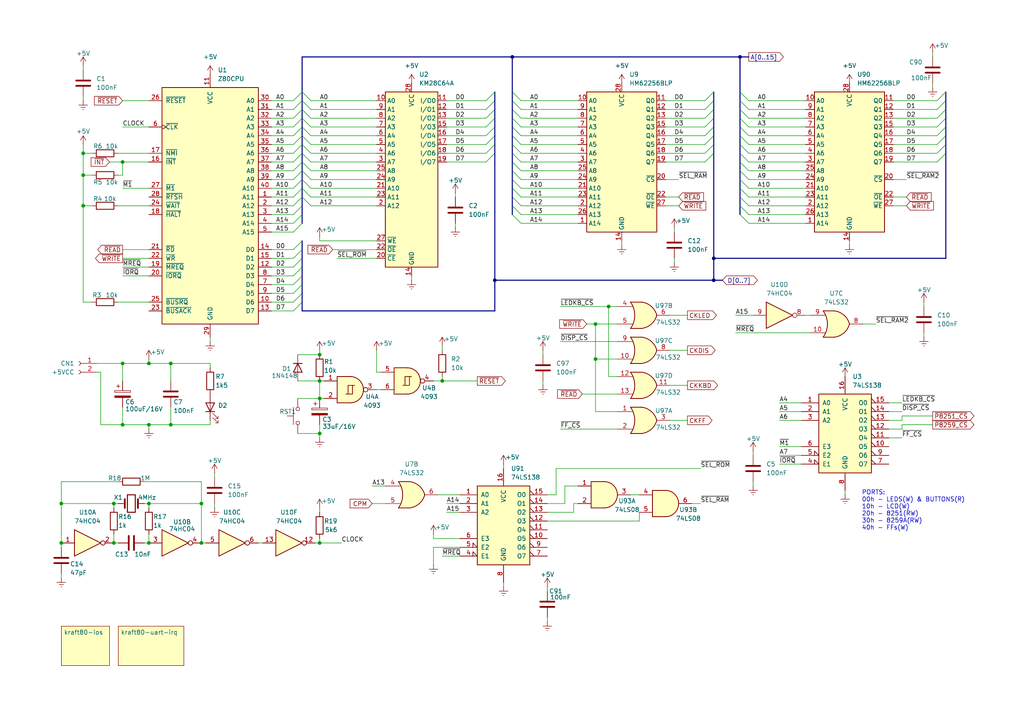
<source format=kicad_sch>
(kicad_sch (version 20250114) (generator "eeschema") (generator_version "9.0")
  (paper "A4")
  (title_block (title "Kraft 80 by ARMCoder") (date "2025-06-18") (rev "1.1") (comment 1 "www.github.com/ARMCoderBR") (comment 3 "Inspired on the project Z80 Alpha from WR Kits (www.wrkits.com.br)"))
  (text "PORTS:\n00h - LEDS(W) & BUTTONS(R)\n10h - LCD(W)\n20h - 8251(RW)\n30h - 8259A(RW)\n40h - FFs(W)" (at 249.936 148.082 0) (effects (font (size 1.27 1.27)) (justify left)))
  (junction (at 24.13 59.69))
  (junction (at 92.71 102.87))
  (junction (at 17.78 157.48))
  (junction (at 35.56 123.19))
  (junction (at 207.01 74.93))
  (junction (at 43.18 157.48))
  (junction (at 43.18 146.05))
  (junction (at 92.71 125.73))
  (junction (at 35.56 46.99))
  (junction (at 207.01 81.28))
  (junction (at 49.53 105.41))
  (junction (at 43.18 123.19))
  (junction (at 148.59 16.51))
  (junction (at 172.72 104.14))
  (junction (at 43.18 105.41))
  (junction (at 176.53 88.9))
  (junction (at 24.13 44.45))
  (junction (at 58.42 157.48))
  (junction (at 92.71 110.49))
  (junction (at 128.27 110.49))
  (junction (at 92.71 157.48))
  (junction (at 49.53 123.19))
  (junction (at 33.02 157.48))
  (junction (at 17.78 146.05))
  (junction (at 35.56 105.41))
  (junction (at 24.13 50.8))
  (junction (at 92.71 115.57))
  (junction (at 172.72 93.98))
  (junction (at 33.02 146.05))
  (junction (at 214.63 16.51))
  (junction (at 143.51 81.28))
  (junction (at 58.42 146.05))
  (bus_entry (at 85.09 31.75) (size 2.54 -2.54))
  (bus_entry (at 217.17 52.07) (size -2.54 -2.54))
  (bus_entry (at 85.09 80.01) (size 2.54 -2.54))
  (bus_entry (at 151.13 59.69) (size -2.54 -2.54))
  (bus_entry (at 85.09 54.61) (size 2.54 -2.54))
  (bus_entry (at 271.78 29.21) (size 2.54 -2.54))
  (bus_entry (at 85.09 72.39) (size 2.54 -2.54))
  (bus_entry (at 217.17 44.45) (size -2.54 -2.54))
  (bus_entry (at 151.13 44.45) (size -2.54 -2.54))
  (bus_entry (at 90.17 59.69) (size -2.54 -2.54))
  (bus_entry (at 151.13 29.21) (size -2.54 -2.54))
  (bus_entry (at 217.17 57.15) (size -2.54 -2.54))
  (bus_entry (at 151.13 41.91) (size -2.54 -2.54))
  (bus_entry (at 90.17 29.21) (size -2.54 -2.54))
  (bus_entry (at 217.17 54.61) (size -2.54 -2.54))
  (bus_entry (at 85.09 39.37) (size 2.54 -2.54))
  (bus_entry (at 90.17 31.75) (size -2.54 -2.54))
  (bus_entry (at 85.09 44.45) (size 2.54 -2.54))
  (bus_entry (at 217.17 46.99) (size -2.54 -2.54))
  (bus_entry (at 204.47 34.29) (size 2.54 -2.54))
  (bus_entry (at 85.09 74.93) (size 2.54 -2.54))
  (bus_entry (at 90.17 49.53) (size -2.54 -2.54))
  (bus_entry (at 271.78 34.29) (size 2.54 -2.54))
  (bus_entry (at 90.17 46.99) (size -2.54 -2.54))
  (bus_entry (at 271.78 44.45) (size 2.54 -2.54))
  (bus_entry (at 85.09 52.07) (size 2.54 -2.54))
  (bus_entry (at 140.97 31.75) (size 2.54 -2.54))
  (bus_entry (at 85.09 36.83) (size 2.54 -2.54))
  (bus_entry (at 217.17 59.69) (size -2.54 -2.54))
  (bus_entry (at 204.47 29.21) (size 2.54 -2.54))
  (bus_entry (at 271.78 39.37) (size 2.54 -2.54))
  (bus_entry (at 151.13 62.23) (size -2.54 -2.54))
  (bus_entry (at 85.09 49.53) (size 2.54 -2.54))
  (bus_entry (at 217.17 39.37) (size -2.54 -2.54))
  (bus_entry (at 217.17 31.75) (size -2.54 -2.54))
  (bus_entry (at 217.17 64.77) (size -2.54 -2.54))
  (bus_entry (at 90.17 54.61) (size -2.54 -2.54))
  (bus_entry (at 204.47 39.37) (size 2.54 -2.54))
  (bus_entry (at 90.17 39.37) (size -2.54 -2.54))
  (bus_entry (at 204.47 41.91) (size 2.54 -2.54))
  (bus_entry (at 217.17 34.29) (size -2.54 -2.54))
  (bus_entry (at 140.97 34.29) (size 2.54 -2.54))
  (bus_entry (at 90.17 34.29) (size -2.54 -2.54))
  (bus_entry (at 271.78 41.91) (size 2.54 -2.54))
  (bus_entry (at 140.97 44.45) (size 2.54 -2.54))
  (bus_entry (at 140.97 29.21) (size 2.54 -2.54))
  (bus_entry (at 217.17 36.83) (size -2.54 -2.54))
  (bus_entry (at 90.17 36.83) (size -2.54 -2.54))
  (bus_entry (at 85.09 82.55) (size 2.54 -2.54))
  (bus_entry (at 151.13 46.99) (size -2.54 -2.54))
  (bus_entry (at 85.09 77.47) (size 2.54 -2.54))
  (bus_entry (at 85.09 87.63) (size 2.54 -2.54))
  (bus_entry (at 85.09 41.91) (size 2.54 -2.54))
  (bus_entry (at 140.97 36.83) (size 2.54 -2.54))
  (bus_entry (at 217.17 49.53) (size -2.54 -2.54))
  (bus_entry (at 151.13 39.37) (size -2.54 -2.54))
  (bus_entry (at 85.09 64.77) (size 2.54 -2.54))
  (bus_entry (at 217.17 41.91) (size -2.54 -2.54))
  (bus_entry (at 204.47 44.45) (size 2.54 -2.54))
  (bus_entry (at 151.13 36.83) (size -2.54 -2.54))
  (bus_entry (at 151.13 49.53) (size -2.54 -2.54))
  (bus_entry (at 85.09 57.15) (size 2.54 -2.54))
  (bus_entry (at 85.09 85.09) (size 2.54 -2.54))
  (bus_entry (at 204.47 31.75) (size 2.54 -2.54))
  (bus_entry (at 217.17 29.21) (size -2.54 -2.54))
  (bus_entry (at 151.13 34.29) (size -2.54 -2.54))
  (bus_entry (at 204.47 36.83) (size 2.54 -2.54))
  (bus_entry (at 85.09 29.21) (size 2.54 -2.54))
  (bus_entry (at 151.13 54.61) (size -2.54 -2.54))
  (bus_entry (at 140.97 41.91) (size 2.54 -2.54))
  (bus_entry (at 271.78 36.83) (size 2.54 -2.54))
  (bus_entry (at 151.13 57.15) (size -2.54 -2.54))
  (bus_entry (at 85.09 90.17) (size 2.54 -2.54))
  (bus_entry (at 85.09 46.99) (size 2.54 -2.54))
  (bus_entry (at 140.97 39.37) (size 2.54 -2.54))
  (bus_entry (at 90.17 44.45) (size -2.54 -2.54))
  (bus_entry (at 90.17 57.15) (size -2.54 -2.54))
  (bus_entry (at 85.09 34.29) (size 2.54 -2.54))
  (bus_entry (at 85.09 62.23) (size 2.54 -2.54))
  (bus_entry (at 271.78 46.99) (size 2.54 -2.54))
  (bus_entry (at 85.09 59.69) (size 2.54 -2.54))
  (bus_entry (at 90.17 52.07) (size -2.54 -2.54))
  (bus_entry (at 204.47 46.99) (size 2.54 -2.54))
  (bus_entry (at 90.17 41.91) (size -2.54 -2.54))
  (bus_entry (at 217.17 62.23) (size -2.54 -2.54))
  (bus_entry (at 151.13 31.75) (size -2.54 -2.54))
  (bus_entry (at 140.97 46.99) (size 2.54 -2.54))
  (bus_entry (at 151.13 52.07) (size -2.54 -2.54))
  (bus_entry (at 85.09 67.31) (size 2.54 -2.54))
  (bus_entry (at 151.13 64.77) (size -2.54 -2.54))
  (bus_entry (at 271.78 31.75) (size 2.54 -2.54))
  (wire (pts (xy 33.02 154.94) (xy 33.02 157.48)))
  (wire (pts (xy 43.18 104.14) (xy 43.18 105.41)))
  (wire (pts (xy 259.08 34.29) (xy 271.78 34.29)))
  (wire (pts (xy 35.56 118.11) (xy 35.56 123.19)))
  (wire (pts (xy 78.74 59.69) (xy 85.09 59.69)))
  (wire (pts (xy 151.13 64.77) (xy 167.64 64.77)))
  (wire (pts (xy 35.56 105.41) (xy 43.18 105.41)))
  (wire (pts (xy 119.38 80.01) (xy 119.38 81.28)))
  (wire (pts (xy 218.44 139.7) (xy 218.44 140.97)))
  (bus (pts (xy 148.59 39.37) (xy 148.59 41.91)))
  (wire (pts (xy 194.31 101.6) (xy 199.39 101.6)))
  (wire (pts (xy 257.81 124.46) (xy 261.62 124.46)))
  (bus (pts (xy 148.59 49.53) (xy 148.59 52.07)))
  (bus (pts (xy 87.63 69.85) (xy 87.63 72.39)))
  (wire (pts (xy 33.02 146.05) (xy 17.78 146.05)))
  (bus (pts (xy 214.63 49.53) (xy 214.63 52.07)))
  (wire (pts (xy 129.54 44.45) (xy 140.97 44.45)))
  (wire (pts (xy 179.07 119.38) (xy 172.72 119.38)))
  (bus (pts (xy 143.51 81.28) (xy 143.51 90.17)))
  (wire (pts (xy 24.13 87.63) (xy 24.13 59.69)))
  (bus (pts (xy 214.63 59.69) (xy 214.63 62.23)))
  (wire (pts (xy 217.17 36.83) (xy 233.68 36.83)))
  (wire (pts (xy 259.08 46.99) (xy 271.78 46.99)))
  (wire (pts (xy 226.06 129.54) (xy 232.41 129.54)))
  (wire (pts (xy 90.17 46.99) (xy 109.22 46.99)))
  (wire (pts (xy 86.36 125.73) (xy 92.71 125.73)))
  (wire (pts (xy 151.13 29.21) (xy 167.64 29.21)))
  (wire (pts (xy 35.56 29.21) (xy 43.18 29.21)))
  (wire (pts (xy 78.74 34.29) (xy 85.09 34.29)))
  (bus (pts (xy 148.59 46.99) (xy 148.59 49.53)))
  (wire (pts (xy 179.07 109.22) (xy 176.53 109.22)))
  (wire (pts (xy 97.79 74.93) (xy 109.22 74.93)))
  (wire (pts (xy 33.02 157.48) (xy 34.29 157.48)))
  (wire (pts (xy 193.04 52.07) (xy 196.85 52.07)))
  (wire (pts (xy 193.04 41.91) (xy 204.47 41.91)))
  (wire (pts (xy 151.13 52.07) (xy 167.64 52.07)))
  (wire (pts (xy 49.53 123.19) (xy 60.96 123.19)))
  (wire (pts (xy 17.78 166.37) (xy 17.78 167.64)))
  (wire (pts (xy 193.04 44.45) (xy 204.47 44.45)))
  (wire (pts (xy 41.91 139.7) (xy 58.42 139.7)))
  (bus (pts (xy 214.63 16.51) (xy 214.63 26.67)))
  (wire (pts (xy 58.42 157.48) (xy 59.69 157.48)))
  (wire (pts (xy 17.78 146.05) (xy 17.78 157.48)))
  (wire (pts (xy 161.29 135.89) (xy 203.2 135.89)))
  (bus (pts (xy 214.63 46.99) (xy 214.63 49.53)))
  (wire (pts (xy 193.04 39.37) (xy 204.47 39.37)))
  (wire (pts (xy 92.71 101.6) (xy 92.71 102.87)))
  (wire (pts (xy 35.56 80.01) (xy 43.18 80.01)))
  (wire (pts (xy 78.74 64.77) (xy 85.09 64.77)))
  (wire (pts (xy 78.74 44.45) (xy 85.09 44.45)))
  (wire (pts (xy 60.96 97.79) (xy 60.96 99.06)))
  (wire (pts (xy 257.81 127) (xy 261.62 127)))
  (wire (pts (xy 91.44 157.48) (xy 92.71 157.48)))
  (wire (pts (xy 35.56 74.93) (xy 43.18 74.93)))
  (wire (pts (xy 78.74 87.63) (xy 85.09 87.63)))
  (bus (pts (xy 87.63 82.55) (xy 87.63 85.09)))
  (wire (pts (xy 29.21 107.95) (xy 29.21 123.19)))
  (wire (pts (xy 176.53 109.22) (xy 176.53 88.9)))
  (wire (pts (xy 151.13 59.69) (xy 167.64 59.69)))
  (wire (pts (xy 217.17 57.15) (xy 233.68 57.15)))
  (wire (pts (xy 35.56 54.61) (xy 43.18 54.61)))
  (bus (pts (xy 274.32 31.75) (xy 274.32 34.29)))
  (wire (pts (xy 58.42 139.7) (xy 58.42 146.05)))
  (wire (pts (xy 193.04 46.99) (xy 204.47 46.99)))
  (wire (pts (xy 217.17 62.23) (xy 233.68 62.23)))
  (bus (pts (xy 87.63 31.75) (xy 87.63 29.21)))
  (wire (pts (xy 90.17 29.21) (xy 109.22 29.21)))
  (wire (pts (xy 41.91 146.05) (xy 43.18 146.05)))
  (bus (pts (xy 148.59 31.75) (xy 148.59 34.29)))
  (bus (pts (xy 207.01 36.83) (xy 207.01 39.37)))
  (wire (pts (xy 24.13 44.45) (xy 24.13 50.8)))
  (wire (pts (xy 166.37 148.59) (xy 166.37 146.05)))
  (wire (pts (xy 180.34 69.85) (xy 180.34 71.12)))
  (bus (pts (xy 87.63 80.01) (xy 87.63 82.55)))
  (wire (pts (xy 226.06 134.62) (xy 232.41 134.62)))
  (wire (pts (xy 158.75 148.59) (xy 166.37 148.59)))
  (bus (pts (xy 87.63 29.21) (xy 87.63 26.67)))
  (bus (pts (xy 87.63 77.47) (xy 87.63 80.01)))
  (wire (pts (xy 43.18 157.48) (xy 41.91 157.48)))
  (bus (pts (xy 87.63 41.91) (xy 87.63 39.37)))
  (wire (pts (xy 35.56 46.99) (xy 43.18 46.99)))
  (bus (pts (xy 214.63 36.83) (xy 214.63 39.37)))
  (wire (pts (xy 259.08 57.15) (xy 262.89 57.15)))
  (wire (pts (xy 151.13 57.15) (xy 167.64 57.15)))
  (bus (pts (xy 87.63 46.99) (xy 87.63 44.45)))
  (bus (pts (xy 87.63 85.09) (xy 87.63 87.63)))
  (wire (pts (xy 151.13 36.83) (xy 167.64 36.83)))
  (wire (pts (xy 127 143.51) (xy 133.35 143.51)))
  (bus (pts (xy 87.63 57.15) (xy 87.63 59.69)))
  (wire (pts (xy 35.56 77.47) (xy 43.18 77.47)))
  (wire (pts (xy 179.07 104.14) (xy 172.72 104.14)))
  (bus (pts (xy 274.32 36.83) (xy 274.32 39.37)))
  (wire (pts (xy 151.13 54.61) (xy 167.64 54.61)))
  (wire (pts (xy 62.23 137.16) (xy 62.23 138.43)))
  (bus (pts (xy 87.63 54.61) (xy 87.63 52.07)))
  (wire (pts (xy 193.04 31.75) (xy 204.47 31.75)))
  (bus (pts (xy 214.63 34.29) (xy 214.63 36.83)))
  (wire (pts (xy 74.93 157.48) (xy 76.2 157.48)))
  (wire (pts (xy 151.13 44.45) (xy 167.64 44.45)))
  (wire (pts (xy 29.21 123.19) (xy 35.56 123.19)))
  (wire (pts (xy 27.94 105.41) (xy 35.56 105.41)))
  (bus (pts (xy 87.63 36.83) (xy 87.63 39.37)))
  (wire (pts (xy 172.72 93.98) (xy 179.07 93.98)))
  (wire (pts (xy 157.48 101.6) (xy 157.48 102.87)))
  (bus (pts (xy 214.63 26.67) (xy 214.63 29.21)))
  (wire (pts (xy 128.27 100.33) (xy 128.27 101.6)))
  (bus (pts (xy 214.63 16.51) (xy 217.17 16.51)))
  (wire (pts (xy 193.04 59.69) (xy 196.85 59.69)))
  (bus (pts (xy 214.63 59.69) (xy 214.63 57.15)))
  (wire (pts (xy 86.36 102.87) (xy 92.71 102.87)))
  (wire (pts (xy 200.66 146.05) (xy 203.2 146.05)))
  (wire (pts (xy 226.06 132.08) (xy 232.41 132.08)))
  (bus (pts (xy 87.63 87.63) (xy 87.63 90.17)))
  (wire (pts (xy 34.29 44.45) (xy 43.18 44.45)))
  (wire (pts (xy 60.96 123.19) (xy 60.96 121.92)))
  (bus (pts (xy 143.51 26.67) (xy 143.51 29.21)))
  (bus (pts (xy 87.63 59.69) (xy 87.63 62.23)))
  (wire (pts (xy 78.74 39.37) (xy 85.09 39.37)))
  (wire (pts (xy 92.71 125.73) (xy 92.71 123.19)))
  (wire (pts (xy 90.17 52.07) (xy 109.22 52.07)))
  (wire (pts (xy 259.08 29.21) (xy 271.78 29.21)))
  (wire (pts (xy 78.74 52.07) (xy 85.09 52.07)))
  (wire (pts (xy 259.08 52.07) (xy 262.89 52.07)))
  (wire (pts (xy 213.36 91.44) (xy 218.44 91.44)))
  (wire (pts (xy 194.31 121.92) (xy 199.39 121.92)))
  (bus (pts (xy 148.59 16.51) (xy 148.59 26.67)))
  (wire (pts (xy 92.71 157.48) (xy 99.06 157.48)))
  (wire (pts (xy 270.51 24.13) (xy 270.51 25.4)))
  (bus (pts (xy 87.63 62.23) (xy 87.63 64.77)))
  (wire (pts (xy 193.04 29.21) (xy 204.47 29.21)))
  (wire (pts (xy 193.04 57.15) (xy 196.85 57.15)))
  (wire (pts (xy 78.74 80.01) (xy 85.09 80.01)))
  (wire (pts (xy 182.88 143.51) (xy 185.42 143.51)))
  (wire (pts (xy 24.13 50.8) (xy 26.67 50.8)))
  (wire (pts (xy 133.35 158.75) (xy 125.73 158.75)))
  (wire (pts (xy 162.56 88.9) (xy 176.53 88.9)))
  (bus (pts (xy 143.51 29.21) (xy 143.51 31.75)))
  (wire (pts (xy 92.71 156.21) (xy 92.71 157.48)))
  (bus (pts (xy 207.01 29.21) (xy 207.01 31.75)))
  (bus (pts (xy 87.63 31.75) (xy 87.63 34.29)))
  (wire (pts (xy 86.36 110.49) (xy 92.71 110.49)))
  (wire (pts (xy 185.42 151.13) (xy 158.75 151.13)))
  (wire (pts (xy 34.29 146.05) (xy 33.02 146.05)))
  (bus (pts (xy 207.01 44.45) (xy 207.01 74.93)))
  (wire (pts (xy 128.27 109.22) (xy 128.27 110.49)))
  (wire (pts (xy 185.42 151.13) (xy 185.42 148.59)))
  (wire (pts (xy 78.74 29.21) (xy 85.09 29.21)))
  (bus (pts (xy 143.51 34.29) (xy 143.51 36.83)))
  (bus (pts (xy 148.59 36.83) (xy 148.59 39.37)))
  (wire (pts (xy 109.22 101.6) (xy 109.22 107.95)))
  (wire (pts (xy 151.13 41.91) (xy 167.64 41.91)))
  (wire (pts (xy 129.54 41.91) (xy 140.97 41.91)))
  (bus (pts (xy 87.63 90.17) (xy 143.51 90.17)))
  (wire (pts (xy 24.13 41.91) (xy 24.13 44.45)))
  (wire (pts (xy 24.13 19.05) (xy 24.13 20.32)))
  (wire (pts (xy 43.18 154.94) (xy 43.18 157.48)))
  (bus (pts (xy 148.59 52.07) (xy 148.59 54.61)))
  (wire (pts (xy 217.17 31.75) (xy 233.68 31.75)))
  (wire (pts (xy 129.54 148.59) (xy 133.35 148.59)))
  (wire (pts (xy 158.75 146.05) (xy 163.83 146.05)))
  (wire (pts (xy 176.53 88.9) (xy 179.07 88.9)))
  (wire (pts (xy 33.02 146.05) (xy 33.02 147.32)))
  (wire (pts (xy 110.49 107.95) (xy 109.22 107.95)))
  (wire (pts (xy 146.05 134.62) (xy 146.05 135.89)))
  (wire (pts (xy 43.18 123.19) (xy 43.18 124.46)))
  (bus (pts (xy 148.59 41.91) (xy 148.59 44.45)))
  (wire (pts (xy 158.75 143.51) (xy 161.29 143.51)))
  (wire (pts (xy 166.37 146.05) (xy 167.64 146.05)))
  (wire (pts (xy 217.17 54.61) (xy 233.68 54.61)))
  (bus (pts (xy 274.32 34.29) (xy 274.32 36.83)))
  (wire (pts (xy 161.29 143.51) (xy 161.29 135.89)))
  (wire (pts (xy 49.53 118.11) (xy 49.53 123.19)))
  (wire (pts (xy 226.06 119.38) (xy 232.41 119.38)))
  (bus (pts (xy 214.63 41.91) (xy 214.63 44.45)))
  (bus (pts (xy 214.63 31.75) (xy 214.63 34.29)))
  (wire (pts (xy 78.74 74.93) (xy 85.09 74.93)))
  (wire (pts (xy 163.83 146.05) (xy 163.83 140.97)))
  (bus (pts (xy 87.63 72.39) (xy 87.63 74.93)))
  (wire (pts (xy 270.51 123.19) (xy 261.62 123.19)))
  (wire (pts (xy 168.91 114.3) (xy 179.07 114.3)))
  (wire (pts (xy 261.62 123.19) (xy 261.62 124.46)))
  (bus (pts (xy 87.63 49.53) (xy 87.63 46.99)))
  (bus (pts (xy 143.51 36.83) (xy 143.51 39.37)))
  (wire (pts (xy 26.67 87.63) (xy 24.13 87.63)))
  (wire (pts (xy 43.18 146.05) (xy 43.18 147.32)))
  (wire (pts (xy 129.54 34.29) (xy 140.97 34.29)))
  (wire (pts (xy 34.29 59.69) (xy 43.18 59.69)))
  (bus (pts (xy 148.59 57.15) (xy 148.59 59.69)))
  (wire (pts (xy 24.13 50.8) (xy 24.13 59.69)))
  (wire (pts (xy 92.71 68.58) (xy 92.71 69.85)))
  (wire (pts (xy 217.17 49.53) (xy 233.68 49.53)))
  (wire (pts (xy 49.53 105.41) (xy 60.96 105.41)))
  (wire (pts (xy 78.74 49.53) (xy 85.09 49.53)))
  (wire (pts (xy 78.74 41.91) (xy 85.09 41.91)))
  (wire (pts (xy 90.17 36.83) (xy 109.22 36.83)))
  (wire (pts (xy 92.71 110.49) (xy 92.71 115.57)))
  (wire (pts (xy 151.13 34.29) (xy 167.64 34.29)))
  (wire (pts (xy 158.75 170.18) (xy 158.75 171.45)))
  (wire (pts (xy 78.74 67.31) (xy 85.09 67.31)))
  (wire (pts (xy 132.08 64.77) (xy 132.08 66.04)))
  (wire (pts (xy 43.18 123.19) (xy 49.53 123.19)))
  (wire (pts (xy 92.71 115.57) (xy 93.98 115.57)))
  (wire (pts (xy 34.29 50.8) (xy 35.56 50.8)))
  (wire (pts (xy 259.08 31.75) (xy 271.78 31.75)))
  (wire (pts (xy 90.17 34.29) (xy 109.22 34.29)))
  (wire (pts (xy 78.74 72.39) (xy 85.09 72.39)))
  (wire (pts (xy 217.17 44.45) (xy 233.68 44.45)))
  (wire (pts (xy 195.58 74.93) (xy 195.58 76.2)))
  (wire (pts (xy 162.56 99.06) (xy 179.07 99.06)))
  (wire (pts (xy 261.62 120.65) (xy 261.62 121.92)))
  (wire (pts (xy 151.13 49.53) (xy 167.64 49.53)))
  (bus (pts (xy 148.59 54.61) (xy 148.59 57.15)))
  (wire (pts (xy 245.11 142.24) (xy 245.11 143.51)))
  (wire (pts (xy 35.56 72.39) (xy 43.18 72.39)))
  (wire (pts (xy 259.08 44.45) (xy 271.78 44.45)))
  (wire (pts (xy 35.56 36.83) (xy 43.18 36.83)))
  (wire (pts (xy 90.17 31.75) (xy 109.22 31.75)))
  (bus (pts (xy 207.01 74.93) (xy 207.01 81.28)))
  (wire (pts (xy 78.74 62.23) (xy 85.09 62.23)))
  (bus (pts (xy 143.51 31.75) (xy 143.51 34.29)))
  (wire (pts (xy 90.17 59.69) (xy 109.22 59.69)))
  (wire (pts (xy 125.73 110.49) (xy 128.27 110.49)))
  (wire (pts (xy 17.78 139.7) (xy 17.78 146.05)))
  (wire (pts (xy 17.78 158.75) (xy 17.78 157.48)))
  (wire (pts (xy 217.17 46.99) (xy 233.68 46.99)))
  (wire (pts (xy 90.17 44.45) (xy 109.22 44.45)))
  (wire (pts (xy 35.56 50.8) (xy 35.56 46.99)))
  (bus (pts (xy 87.63 16.51) (xy 148.59 16.51)))
  (bus (pts (xy 87.63 74.93) (xy 87.63 77.47)))
  (bus (pts (xy 148.59 29.21) (xy 148.59 31.75)))
  (wire (pts (xy 194.31 111.76) (xy 199.39 111.76)))
  (bus (pts (xy 207.01 31.75) (xy 207.01 34.29)))
  (wire (pts (xy 125.73 156.21) (xy 125.73 154.94)))
  (wire (pts (xy 92.71 69.85) (xy 109.22 69.85)))
  (wire (pts (xy 60.96 105.41) (xy 60.96 106.68)))
  (wire (pts (xy 43.18 146.05) (xy 58.42 146.05)))
  (bus (pts (xy 87.63 44.45) (xy 87.63 41.91)))
  (wire (pts (xy 267.97 87.63) (xy 267.97 88.9)))
  (wire (pts (xy 226.06 116.84) (xy 232.41 116.84)))
  (bus (pts (xy 143.51 41.91) (xy 143.51 44.45)))
  (wire (pts (xy 107.95 140.97) (xy 111.76 140.97)))
  (wire (pts (xy 217.17 39.37) (xy 233.68 39.37)))
  (wire (pts (xy 125.73 156.21) (xy 133.35 156.21)))
  (wire (pts (xy 34.29 139.7) (xy 17.78 139.7)))
  (wire (pts (xy 259.08 41.91) (xy 271.78 41.91)))
  (wire (pts (xy 129.54 146.05) (xy 133.35 146.05)))
  (wire (pts (xy 109.22 113.03) (xy 110.49 113.03)))
  (bus (pts (xy 274.32 29.21) (xy 274.32 31.75)))
  (wire (pts (xy 35.56 105.41) (xy 35.56 110.49)))
  (wire (pts (xy 78.74 85.09) (xy 85.09 85.09)))
  (wire (pts (xy 259.08 36.83) (xy 271.78 36.83)))
  (wire (pts (xy 213.36 96.52) (xy 234.95 96.52)))
  (wire (pts (xy 170.18 93.98) (xy 172.72 93.98)))
  (wire (pts (xy 129.54 31.75) (xy 140.97 31.75)))
  (wire (pts (xy 270.51 15.24) (xy 270.51 16.51)))
  (wire (pts (xy 27.94 107.95) (xy 29.21 107.95)))
  (bus (pts (xy 87.63 16.51) (xy 87.63 26.67)))
  (wire (pts (xy 157.48 110.49) (xy 157.48 111.76)))
  (bus (pts (xy 214.63 57.15) (xy 214.63 54.61)))
  (wire (pts (xy 90.17 54.61) (xy 109.22 54.61)))
  (wire (pts (xy 217.17 64.77) (xy 233.68 64.77)))
  (wire (pts (xy 78.74 77.47) (xy 85.09 77.47)))
  (wire (pts (xy 132.08 55.88) (xy 132.08 57.15)))
  (wire (pts (xy 78.74 46.99) (xy 85.09 46.99)))
  (wire (pts (xy 163.83 140.97) (xy 167.64 140.97)))
  (bus (pts (xy 148.59 44.45) (xy 148.59 46.99)))
  (wire (pts (xy 128.27 110.49) (xy 138.43 110.49)))
  (wire (pts (xy 129.54 46.99) (xy 140.97 46.99)))
  (wire (pts (xy 92.71 147.32) (xy 92.71 148.59)))
  (wire (pts (xy 151.13 46.99) (xy 167.64 46.99)))
  (bus (pts (xy 87.63 36.83) (xy 87.63 34.29)))
  (bus (pts (xy 143.51 44.45) (xy 143.51 81.28)))
  (wire (pts (xy 62.23 146.05) (xy 62.23 147.32)))
  (wire (pts (xy 270.51 120.65) (xy 261.62 120.65)))
  (wire (pts (xy 92.71 125.73) (xy 92.71 127)))
  (bus (pts (xy 148.59 59.69) (xy 148.59 62.23)))
  (wire (pts (xy 129.54 29.21) (xy 140.97 29.21)))
  (wire (pts (xy 172.72 119.38) (xy 172.72 104.14)))
  (wire (pts (xy 58.42 146.05) (xy 58.42 157.48)))
  (wire (pts (xy 195.58 66.04) (xy 195.58 67.31)))
  (bus (pts (xy 207.01 34.29) (xy 207.01 36.83)))
  (wire (pts (xy 162.56 124.46) (xy 179.07 124.46)))
  (wire (pts (xy 172.72 104.14) (xy 172.72 93.98)))
  (wire (pts (xy 34.29 87.63) (xy 43.18 87.63)))
  (wire (pts (xy 125.73 158.75) (xy 125.73 163.83)))
  (bus (pts (xy 274.32 41.91) (xy 274.32 44.45)))
  (bus (pts (xy 207.01 26.67) (xy 207.01 29.21)))
  (wire (pts (xy 26.67 59.69) (xy 24.13 59.69)))
  (bus (pts (xy 214.63 52.07) (xy 214.63 54.61)))
  (wire (pts (xy 129.54 36.83) (xy 140.97 36.83)))
  (wire (pts (xy 158.75 179.07) (xy 158.75 180.34)))
  (bus (pts (xy 87.63 57.15) (xy 87.63 54.61)))
  (bus (pts (xy 214.63 39.37) (xy 214.63 41.91)))
  (bus (pts (xy 214.63 44.45) (xy 214.63 46.99)))
  (wire (pts (xy 78.74 54.61) (xy 85.09 54.61)))
  (wire (pts (xy 78.74 31.75) (xy 85.09 31.75)))
  (wire (pts (xy 250.19 93.98) (xy 254 93.98)))
  (wire (pts (xy 49.53 110.49) (xy 49.53 105.41)))
  (wire (pts (xy 90.17 49.53) (xy 109.22 49.53)))
  (bus (pts (xy 214.63 29.21) (xy 214.63 31.75)))
  (wire (pts (xy 146.05 168.91) (xy 146.05 170.18)))
  (wire (pts (xy 193.04 36.83) (xy 204.47 36.83)))
  (bus (pts (xy 143.51 39.37) (xy 143.51 41.91)))
  (wire (pts (xy 43.18 105.41) (xy 49.53 105.41)))
  (wire (pts (xy 35.56 123.19) (xy 43.18 123.19)))
  (wire (pts (xy 217.17 34.29) (xy 233.68 34.29)))
  (wire (pts (xy 78.74 36.83) (xy 85.09 36.83)))
  (wire (pts (xy 218.44 130.81) (xy 218.44 132.08)))
  (wire (pts (xy 233.68 91.44) (xy 234.95 91.44)))
  (bus (pts (xy 274.32 26.67) (xy 274.32 29.21)))
  (wire (pts (xy 24.13 27.94) (xy 24.13 29.21)))
  (wire (pts (xy 151.13 39.37) (xy 167.64 39.37)))
  (wire (pts (xy 90.17 57.15) (xy 109.22 57.15)))
  (wire (pts (xy 78.74 82.55) (xy 85.09 82.55)))
  (wire (pts (xy 90.17 39.37) (xy 109.22 39.37)))
  (wire (pts (xy 193.04 34.29) (xy 204.47 34.29)))
  (wire (pts (xy 129.54 39.37) (xy 140.97 39.37)))
  (wire (pts (xy 151.13 62.23) (xy 167.64 62.23)))
  (wire (pts (xy 78.74 90.17) (xy 85.09 90.17)))
  (bus (pts (xy 143.51 81.28) (xy 207.01 81.28)))
  (wire (pts (xy 217.17 41.91) (xy 233.68 41.91)))
  (bus (pts (xy 87.63 52.07) (xy 87.63 49.53)))
  (bus (pts (xy 148.59 34.29) (xy 148.59 36.83)))
  (bus (pts (xy 207.01 41.91) (xy 207.01 44.45)))
  (wire (pts (xy 261.62 121.92) (xy 257.81 121.92)))
  (wire (pts (xy 217.17 29.21) (xy 233.68 29.21)))
  (wire (pts (xy 194.31 91.44) (xy 199.39 91.44)))
  (wire (pts (xy 246.38 69.85) (xy 246.38 71.12)))
  (bus (pts (xy 207.01 39.37) (xy 207.01 41.91)))
  (wire (pts (xy 86.36 115.57) (xy 92.71 115.57)))
  (wire (pts (xy 31.75 46.99) (xy 35.56 46.99)))
  (bus (pts (xy 148.59 16.51) (xy 214.63 16.51)))
  (wire (pts (xy 257.81 116.84) (xy 261.62 116.84)))
  (bus (pts (xy 207.01 81.28) (xy 209.55 81.28)))
  (wire (pts (xy 78.74 57.15) (xy 85.09 57.15)))
  (bus (pts (xy 207.01 74.93) (xy 274.32 74.93)))
  (wire (pts (xy 259.08 39.37) (xy 271.78 39.37)))
  (wire (pts (xy 257.81 119.38) (xy 261.62 119.38)))
  (wire (pts (xy 96.52 72.39) (xy 109.22 72.39)))
  (wire (pts (xy 267.97 96.52) (xy 267.97 97.79)))
  (wire (pts (xy 128.27 161.29) (xy 133.35 161.29)))
  (wire (pts (xy 217.17 59.69) (xy 233.68 59.69)))
  (wire (pts (xy 92.71 110.49) (xy 93.98 110.49)))
  (bus (pts (xy 274.32 44.45) (xy 274.32 74.93)))
  (wire (pts (xy 24.13 44.45) (xy 26.67 44.45)))
  (bus (pts (xy 148.59 26.67) (xy 148.59 29.21)))
  (wire (pts (xy 259.08 59.69) (xy 262.89 59.69)))
  (wire (pts (xy 90.17 41.91) (xy 109.22 41.91)))
  (wire (pts (xy 107.95 146.05) (xy 111.76 146.05)))
  (wire (pts (xy 226.06 121.92) (xy 232.41 121.92)))
  (wire (pts (xy 217.17 52.07) (xy 233.68 52.07)))
  (bus (pts (xy 274.32 39.37) (xy 274.32 41.91)))
  (wire (pts (xy 151.13 31.75) (xy 167.64 31.75)))
  (label "A14" (at 80.01 64.77 0))
  (label "A4" (at 92.71 39.37 0))
  (label "A12" (at 219.71 59.69 0))
  (label "A2" (at 80.01 34.29 0))
  (label "D1" (at 80.01 74.93 0))
  (label "D2" (at 195.58 34.29 0))
  (label "A9" (at 219.71 52.07 0))
  (label "A5" (at 92.71 41.91 0))
  (label "A1" (at 92.71 31.75 0))
  (label "D0" (at 262.89 29.21 0))
  (label "A6" (at 92.71 44.45 0))
  (label "~{M1}" (at 35.56 54.61 0))
  (label "D6" (at 132.08 44.45 0))
  (label "~{IORQ}" (at 226.06 134.62 0))
  (label "D7" (at 195.58 46.99 0))
  (label "A6" (at 219.71 44.45 0))
  (label "D3" (at 262.89 36.83 0))
  (label "D3" (at 132.08 36.83 0))
  (label "D4" (at 195.58 39.37 0))
  (label "A11" (at 92.71 57.15 0))
  (label "~{MREQ}" (at 213.36 96.52 0))
  (label "~{SEL_ROM}" (at 203.2 135.89 0))
  (label "~{MREQ}" (at 35.56 77.47 0))
  (label "D3" (at 80.01 80.01 0))
  (label "A0" (at 92.71 29.21 0))
  (label "A3" (at 92.71 36.83 0))
  (label "A7" (at 92.71 46.99 0))
  (label "~{M1}" (at 226.06 129.54 0))
  (label "A5" (at 153.67 41.91 0))
  (label "A10" (at 219.71 54.61 0))
  (label "CLOCK" (at 35.56 36.83 0))
  (label "A1" (at 153.67 31.75 0))
  (label "A6" (at 153.67 44.45 0))
  (label "D5" (at 80.01 85.09 0))
  (label "A6" (at 80.01 44.45 0))
  (label "A8" (at 219.71 49.53 0))
  (label "A9" (at 80.01 52.07 0))
  (label "D6" (at 80.01 87.63 0))
  (label "~{SEL_ROM}" (at 97.79 74.93 0))
  (label "~{LEDKB_CS}" (at 261.62 116.84 0))
  (label "D5" (at 195.58 41.91 0))
  (label "A7" (at 153.67 46.99 0))
  (label "D2" (at 132.08 34.29 0))
  (label "A12" (at 80.01 59.69 0))
  (label "~{DISP_CS}" (at 261.62 119.38 0))
  (label "D5" (at 262.89 41.91 0))
  (label "A2" (at 219.71 34.29 0))
  (label "A6" (at 226.06 121.92 0))
  (label "D1" (at 195.58 31.75 0))
  (label "A11" (at 219.71 57.15 0))
  (label "~{MREQ}" (at 128.27 161.29 0))
  (label "~{SEL_RAM}" (at 203.2 146.05 0))
  (label "A15" (at 80.01 67.31 0))
  (label "A13" (at 153.67 62.23 0))
  (label "A15" (at 213.36 91.44 0))
  (label "D7" (at 132.08 46.99 0))
  (label "A14" (at 219.71 64.77 0))
  (label "A4" (at 219.71 39.37 0))
  (label "A10" (at 153.67 54.61 0))
  (label "~{SEL_RAM2}" (at 254 93.98 0))
  (label "A5" (at 226.06 119.38 0))
  (label "A8" (at 92.71 49.53 0))
  (label "A7" (at 219.71 46.99 0))
  (label "A4" (at 153.67 39.37 0))
  (label "D0" (at 80.01 72.39 0))
  (label "A14" (at 129.54 146.05 0))
  (label "D4" (at 262.89 39.37 0))
  (label "D7" (at 80.01 90.17 0))
  (label "D6" (at 195.58 44.45 0))
  (label "~{LEDKB_CS}" (at 162.56 88.9 0))
  (label "D6" (at 262.89 44.45 0))
  (label "A11" (at 153.67 57.15 0))
  (label "D3" (at 195.58 36.83 0))
  (label "A7" (at 226.06 132.08 0))
  (label "A3" (at 80.01 36.83 0))
  (label "D2" (at 262.89 34.29 0))
  (label "A13" (at 107.95 140.97 0))
  (label "A3" (at 153.67 36.83 0))
  (label "A12" (at 153.67 59.69 0))
  (label "A1" (at 80.01 31.75 0))
  (label "D2" (at 80.01 77.47 0))
  (label "A5" (at 80.01 41.91 0))
  (label "A10" (at 80.01 54.61 0))
  (label "A14" (at 153.67 64.77 0))
  (label "~{IORQ}" (at 35.56 80.01 0))
  (label "A4" (at 80.01 39.37 0))
  (label "~{SEL_RAM}" (at 196.85 52.07 0))
  (label "A4" (at 226.06 116.84 0))
  (label "A9" (at 92.71 52.07 0))
  (label "~{DISP_CS}" (at 162.56 99.06 0))
  (label "D7" (at 262.89 46.99 0))
  (label "D0" (at 132.08 29.21 0))
  (label "A7" (at 80.01 46.99 0))
  (label "A8" (at 80.01 49.53 0))
  (label "A0" (at 219.71 29.21 0))
  (label "A2" (at 92.71 34.29 0))
  (label "D0" (at 195.58 29.21 0))
  (label "A12" (at 92.71 59.69 0))
  (label "D4" (at 132.08 39.37 0))
  (label "A10" (at 92.71 54.61 0))
  (label "A15" (at 129.54 148.59 0))
  (label "A9" (at 153.67 52.07 0))
  (label "A11" (at 80.01 57.15 0))
  (label "A1" (at 219.71 31.75 0))
  (label "A13" (at 219.71 62.23 0))
  (label "A0" (at 153.67 29.21 0))
  (label "D5" (at 132.08 41.91 0))
  (label "A2" (at 153.67 34.29 0))
  (label "A5" (at 219.71 41.91 0))
  (label "A3" (at 219.71 36.83 0))
  (label "A0" (at 80.01 29.21 0))
  (label "CLOCK" (at 99.06 157.48 0))
  (label "D4" (at 80.01 82.55 0))
  (label "~{SEL_RAM2}" (at 262.89 52.07 0))
  (label "~{FF_CS}" (at 261.62 127 0))
  (label "D1" (at 262.89 31.75 0))
  (label "~{FF_CS}" (at 162.56 124.46 0))
  (label "D1" (at 132.08 31.75 0))
  (label "A13" (at 80.01 62.23 0))
  (label "A8" (at 153.67 49.53 0))
  (global_label "~{WRITE}" (shape input) (at 262.89 59.69 0) (property "Intersheetrefs" "${INTERSHEET_REFS}" (effects (hide yes))))
  (global_label "~{INT}" (shape input) (at 31.75 46.99 180) (property "Intersheetrefs" "${INTERSHEET_REFS}" (effects (hide yes))))
  (global_label "~{READ}" (shape input) (at 262.89 57.15 0) (property "Intersheetrefs" "${INTERSHEET_REFS}" (effects (hide yes))))
  (global_label "CKDIS" (shape output) (at 199.39 101.6 0) (property "Intersheetrefs" "${INTERSHEET_REFS}" (effects (hide yes))))
  (global_label "~{WRITE}" (shape input) (at 170.18 93.98 180) (property "Intersheetrefs" "${INTERSHEET_REFS}" (effects (hide yes))))
  (global_label "CKKBD" (shape output) (at 199.39 111.76 0) (property "Intersheetrefs" "${INTERSHEET_REFS}" (effects (hide yes))))
  (global_label "~{READ}" (shape input) (at 168.91 114.3 180) (property "Intersheetrefs" "${INTERSHEET_REFS}" (effects (hide yes))))
  (global_label "~{P8251_CS}" (shape output) (at 270.51 120.65 0) (property "Intersheetrefs" "${INTERSHEET_REFS}" (effects (hide yes))))
  (global_label "A[0..15]" (shape output) (at 217.17 16.51 0) (property "Intersheetrefs" "${INTERSHEET_REFS}" (effects (hide yes))))
  (global_label "CKLED" (shape output) (at 199.39 91.44 0) (property "Intersheetrefs" "${INTERSHEET_REFS}" (effects (hide yes))))
  (global_label "~{WRITE}" (shape output) (at 35.56 74.93 180) (property "Intersheetrefs" "${INTERSHEET_REFS}" (effects (hide yes))))
  (global_label "~{RESET}" (shape input) (at 35.56 29.21 180) (property "Intersheetrefs" "${INTERSHEET_REFS}" (effects (hide yes))))
  (global_label "~{READ}" (shape input) (at 96.52 72.39 180) (property "Intersheetrefs" "${INTERSHEET_REFS}" (effects (hide yes))))
  (global_label "~{P8259_CS}" (shape output) (at 270.51 123.19 0) (property "Intersheetrefs" "${INTERSHEET_REFS}" (effects (hide yes))))
  (global_label "~{READ}" (shape output) (at 35.56 72.39 180) (property "Intersheetrefs" "${INTERSHEET_REFS}" (effects (hide yes))))
  (global_label "CKFF" (shape output) (at 199.39 121.92 0) (property "Intersheetrefs" "${INTERSHEET_REFS}" (effects (hide yes))))
  (global_label "D[0..7]" (shape bidirectional) (at 209.55 81.28 0) (property "Intersheetrefs" "${INTERSHEET_REFS}" (effects (hide yes))))
  (global_label "~{RESET}" (shape output) (at 138.43 110.49 0) (property "Intersheetrefs" "${INTERSHEET_REFS}" (effects (hide yes))))
  (global_label "~{WRITE}" (shape input) (at 196.85 59.69 0) (property "Intersheetrefs" "${INTERSHEET_REFS}" (effects (hide yes))))
  (global_label "~{READ}" (shape input) (at 196.85 57.15 0) (property "Intersheetrefs" "${INTERSHEET_REFS}" (effects (hide yes))))
  (global_label "CPM" (shape input) (at 107.95 146.05 180) (property "Intersheetrefs" "${INTERSHEET_REFS}" (effects (hide yes))))
  (symbol (lib_id "power:+5V") (at 267.97 87.63 0) (unit 1)
    (property "Reference" "#PWR077" (effects (hide yes)))
    (property "Value" "+5V" (at 267.97 84.074 0))
    (property "Description" "Power symbol creates a global label with name \"+5V\"" (effects (hide yes)))
  )
  (symbol (lib_id "power:GNDREF") (at 119.38 81.28 0) (unit 1)
    (property "Reference" "#PWR07" (effects (hide yes)))
    (property "Value" "GNDREF" (effects (hide yes)))
    (property "Description" "Power symbol creates a global label with name \"GNDREF\" , reference supply ground" (effects (hide yes)))
  )
  (symbol (lib_id "Device:C") (at 195.58 71.12 0) (unit 1)
    (property "Reference" "C12" (at 199.39 69.8499 0) (effects (justify left)))
    (property "Value" "100nF" (at 199.39 72.3899 0) (effects (justify left)))
    (property "Description" "Unpolarized capacitor" (effects (hide yes)))
  )
  (symbol (lib_id "power:+5V") (at 92.71 147.32 0) (unit 1)
    (property "Reference" "#PWR061" (effects (hide yes)))
    (property "Value" "+5V" (at 95.25 145.288 0))
    (property "Description" "Power symbol creates a global label with name \"+5V\"" (effects (hide yes)))
  )
  (symbol (lib_id "Device:R") (at 60.96 110.49 0) (unit 1)
    (property "Reference" "R7" (at 62.484 109.22 0) (effects (justify left)))
    (property "Value" "1k5" (at 62.484 111.76 0) (effects (justify left)))
    (property "Description" "Resistor" (effects (hide yes)))
  )
  (symbol (lib_id "4xxx:HEF4093B") (at 118.11 110.49 0) (unit 2)
    (property "Reference" "U4" (at 124.46 112.522 0))
    (property "Value" "4093" (at 124.46 115.062 0))
    (property "Datasheet" "https://assets.nexperia.com/documents/data-sheet/HEF4093B.pdf" (effects (hide yes)))
    (property "Description" "Quad 2-Input NAND Schmitt Trigger, SOIC-14" (effects (hide yes)))
  )
  (symbol (lib_id "74xx:74LS08") (at 193.04 146.05 0) (unit 2)
    (property "Reference" "U93" (at 199.644 147.828 0))
    (property "Value" "74LS08" (at 199.644 150.368 0))
    (property "Datasheet" "http://www.ti.com/lit/gpn/sn74LS08" (effects (hide yes)))
    (property "Description" "Quad And2" (effects (hide yes)))
  )
  (symbol (lib_id "Diode:1N4148") (at 86.36 106.68 270) (unit 1)
    (property "Reference" "D1" (at 81.788 106.934 90) (effects (justify left)))
    (property "Value" "1N4148" (at 78.74 108.966 90) (effects (justify left)))
    (property "Footprint" "Diode_THT:D_DO-35_SOD27_P7.62mm_Horizontal" (effects (hide yes)))
    (property "Datasheet" "https://assets.nexperia.com/documents/data-sheet/1N4148_1N4448.pdf" (effects (hide yes)))
    (property "Description" "100V 0.15A standard switching diode, DO-35" (effects (hide yes)))
    (property "Sim.Device" "D" (effects (hide yes)))
    (property "Sim.Pins" "1=K 2=A" (effects (hide yes)))
  )
  (symbol (lib_id "Device:C_Polarized") (at 35.56 114.3 0) (unit 1)
    (property "Reference" "C6" (at 36.322 116.586 0) (effects (justify left)))
    (property "Value" "100uF/16V" (at 36.322 118.618 0) (effects (justify left)))
    (property "Description" "Polarized capacitor" (effects (hide yes)))
  )
  (symbol (lib_id "4xxx:HEF4093B") (at 101.6 113.03 0) (unit 1)
    (property "Reference" "U4" (at 107.95 115.062 0))
    (property "Value" "4093" (at 107.95 117.602 0))
    (property "Datasheet" "https://assets.nexperia.com/documents/data-sheet/HEF4093B.pdf" (effects (hide yes)))
    (property "Description" "Quad 2-Input NAND Schmitt Trigger, SOIC-14" (effects (hide yes)))
  )
  (symbol (lib_id "power:+5V") (at 195.58 66.04 0) (unit 1)
    (property "Reference" "#PWR012" (effects (hide yes)))
    (property "Value" "+5V" (at 198.12 64.008 0))
    (property "Description" "Power symbol creates a global label with name \"+5V\"" (effects (hide yes)))
  )
  (symbol (lib_id "power:GNDREF") (at 218.44 140.97 0) (unit 1)
    (property "Reference" "#PWR095" (effects (hide yes)))
    (property "Value" "GNDREF" (effects (hide yes)))
    (property "Description" "Power symbol creates a global label with name \"GNDREF\" , reference supply ground" (effects (hide yes)))
  )
  (symbol (lib_id "power:+5V") (at 60.96 21.59 0) (unit 1)
    (property "Reference" "#PWR01" (effects (hide yes)))
    (property "Value" "+5V" (at 60.96 16.51 0))
    (property "Description" "Power symbol creates a global label with name \"+5V\"" (effects (hide yes)))
  )
  (symbol (lib_id "74xx:74HC04") (at 25.4 157.48 0) (unit 1)
    (property "Reference" "U10" (at 25.4 148.59 0))
    (property "Value" "74HC04" (at 25.4 151.13 0))
    (property "Datasheet" "https://assets.nexperia.com/documents/data-sheet/74HC_HCT04.pdf" (effects (hide yes)))
    (property "Description" "Hex Inverter" (effects (hide yes)))
  )
  (symbol (lib_id "power:+5V") (at 245.11 109.22 0) (unit 1)
    (property "Reference" "#PWR080" (effects (hide yes)))
    (property "Value" "+5V" (at 245.11 105.664 0))
    (property "Description" "Power symbol creates a global label with name \"+5V\"" (effects (hide yes)))
  )
  (symbol (lib_id "Device:R") (at 43.18 151.13 0) (unit 1)
    (property "Reference" "R17" (at 44.45 149.86 0) (effects (justify left)))
    (property "Value" "1k" (at 44.45 152.4 0) (effects (justify left)))
    (property "Description" "Resistor" (effects (hide yes)))
  )
  (symbol (lib_id "power:+5V") (at 158.75 170.18 0) (unit 1)
    (property "Reference" "#PWR043" (effects (hide yes)))
    (property "Value" "+5V" (at 158.75 166.624 0))
    (property "Description" "Power symbol creates a global label with name \"+5V\"" (effects (hide yes)))
  )
  (symbol (lib_id "Memory_EEPROM:KM28C64A") (at 119.38 52.07 0) (unit 1)
    (property "Reference" "U2" (at 121.5741 21.59 0) (effects (justify left)))
    (property "Value" "KM28C64A" (at 121.5741 24.13 0) (effects (justify left)))
    (property "Footprint" "Package_DIP:DIP-28_W15.24mm" (effects (hide yes)))
    (property "Datasheet" "https://tvsat.com.pl/PDF/K/km28c64_sam.pdf" (effects (hide yes)))
    (property "Description" "EEPROM 8K x 8, 5V, Not  in Production, DIP-28" (effects (hide yes)))
  )
  (symbol (lib_id "power:GNDREF") (at 92.71 127 0) (unit 1)
    (property "Reference" "#PWR060" (effects (hide yes)))
    (property "Value" "GNDREF" (effects (hide yes)))
    (property "Description" "Power symbol creates a global label with name \"GNDREF\" , reference supply ground" (effects (hide yes)))
  )
  (symbol (lib_id "74xx:74LS32") (at 186.69 111.76 0) (unit 4)
    (property "Reference" "U97" (at 192.532 108.966 0))
    (property "Value" "74LS32" (at 193.802 113.792 0))
    (property "Datasheet" "http://www.ti.com/lit/gpn/sn74LS32" (effects (hide yes)))
    (property "Description" "Quad 2-input OR" (effects (hide yes)))
  )
  (symbol (lib_id "power:GNDREF") (at 157.48 111.76 0) (unit 1)
    (property "Reference" "#PWR097" (effects (hide yes)))
    (property "Value" "GNDREF" (effects (hide yes)))
    (property "Description" "Power symbol creates a global label with name \"GNDREF\" , reference supply ground" (effects (hide yes)))
  )
  (symbol (lib_id "74xx:74LS138") (at 245.11 124.46 0) (unit 1)
    (property "Reference" "U3" (at 247.2533 109.22 0) (effects (justify left)))
    (property "Value" "74LS138" (at 247.2533 111.76 0) (effects (justify left)))
    (property "Datasheet" "http://www.ti.com/lit/gpn/sn74LS138" (effects (hide yes)))
    (property "Description" "Decoder 3 to 8 active low outputs" (effects (hide yes)))
  )
  (symbol (lib_id "Device:R") (at 30.48 44.45 90) (unit 1)
    (property "Reference" "R6" (at 29.718 42.418 90) (effects (justify left)))
    (property "Value" "10k" (at 34.29 42.418 90) (effects (justify left)))
    (property "Description" "Resistor" (effects (hide yes)))
  )
  (symbol (lib_id "Device:C") (at 157.48 106.68 0) (unit 1)
    (property "Reference" "C97" (at 161.29 105.4099 0) (effects (justify left)))
    (property "Value" "100nF" (at 161.29 107.9499 0) (effects (justify left)))
    (property "Description" "Unpolarized capacitor" (effects (hide yes)))
  )
  (symbol (lib_id "Device:R") (at 128.27 105.41 0) (unit 1)
    (property "Reference" "R2" (at 130.81 104.1399 0) (effects (justify left)))
    (property "Value" "10k" (at 130.81 106.6799 0) (effects (justify left)))
    (property "Description" "Resistor" (effects (hide yes)))
  )
  (symbol (lib_id "power:+5V") (at 218.44 130.81 0) (unit 1)
    (property "Reference" "#PWR094" (effects (hide yes)))
    (property "Value" "+5V" (at 218.44 127.254 0))
    (property "Description" "Power symbol creates a global label with name \"+5V\"" (effects (hide yes)))
  )
  (symbol (lib_id "Memory_RAM:HM62256BLP") (at 246.38 46.99 0) (unit 1)
    (property "Reference" "U90" (at 248.5741 21.59 0) (effects (justify left)))
    (property "Value" "HM62256BLP" (at 248.5741 24.13 0) (effects (justify left)))
    (property "Footprint" "Package_DIP:DIP-28_W15.24mm" (effects (hide yes)))
    (property "Datasheet" "https://web.mit.edu/6.115/www/document/62256.pdf" (effects (hide yes)))
    (property "Description" "32,768-word × 8-bit High Speed CMOS Static RAM, 70ns, DIP-28" (effects (hide yes)))
  )
  (symbol (lib_id "power:GNDREF") (at 245.11 143.51 0) (unit 1)
    (property "Reference" "#PWR081" (effects (hide yes)))
    (property "Value" "GNDREF" (effects (hide yes)))
    (property "Description" "Power symbol creates a global label with name \"GNDREF\" , reference supply ground" (effects (hide yes)))
  )
  (symbol (lib_id "power:+5V") (at 128.27 100.33 0) (unit 1)
    (property "Reference" "#PWR051" (effects (hide yes)))
    (property "Value" "+5V" (at 130.81 98.298 0))
    (property "Description" "Power symbol creates a global label with name \"+5V\"" (effects (hide yes)))
  )
  (symbol (lib_name "LED_1") (lib_id "Device:LED") (at 60.96 118.11 90) (unit 1)
    (property "Reference" "D2" (at 63.246 117.602 90) (effects (justify right)))
    (property "Value" "LED" (effects (hide yes)))
    (property "Description" "Light emitting diode" (effects (hide yes)))
    (property "Sim.Pins" "1=K 2=A" (effects (hide yes)))
  )
  (symbol (lib_id "power:GNDREF") (at 158.75 180.34 0) (unit 1)
    (property "Reference" "#PWR046" (effects (hide yes)))
    (property "Value" "GNDREF" (effects (hide yes)))
    (property "Description" "Power symbol creates a global label with name \"GNDREF\" , reference supply ground" (effects (hide yes)))
  )
  (symbol (lib_id "Device:R") (at 30.48 50.8 90) (unit 1)
    (property "Reference" "R5" (at 29.718 52.832 90) (effects (justify left)))
    (property "Value" "10k" (at 34.29 52.832 90) (effects (justify left)))
    (property "Description" "Resistor" (effects (hide yes)))
  )
  (symbol (lib_id "74xx:74LS32") (at 186.69 121.92 0) (unit 1)
    (property "Reference" "U97" (at 192.532 119.126 0))
    (property "Value" "74LS32" (at 193.802 123.952 0))
    (property "Datasheet" "http://www.ti.com/lit/gpn/sn74LS32" (effects (hide yes)))
    (property "Description" "Quad 2-input OR" (effects (hide yes)))
  )
  (symbol (lib_id "power:GNDREF") (at 17.78 167.64 0) (unit 1)
    (property "Reference" "#PWR048" (effects (hide yes)))
    (property "Value" "GNDREF" (effects (hide yes)))
    (property "Description" "Power symbol creates a global label with name \"GNDREF\" , reference supply ground" (effects (hide yes)))
  )
  (symbol (lib_id "power:+5V") (at 157.48 101.6 0) (unit 1)
    (property "Reference" "#PWR096" (effects (hide yes)))
    (property "Value" "+5V" (at 157.48 98.044 0))
    (property "Description" "Power symbol creates a global label with name \"+5V\"" (effects (hide yes)))
  )
  (symbol (lib_id "power:GNDREF") (at 180.34 71.12 0) (unit 1)
    (property "Reference" "#PWR08" (effects (hide yes)))
    (property "Value" "GNDREF" (effects (hide yes)))
    (property "Description" "Power symbol creates a global label with name \"GNDREF\" , reference supply ground" (effects (hide yes)))
  )
  (symbol (lib_id "Device:C") (at 158.75 175.26 0) (unit 1)
    (property "Reference" "C91" (at 159.258 171.45 0) (effects (justify left)))
    (property "Value" "100nF" (at 159.512 173.228 0) (effects (justify left)))
    (property "Description" "Unpolarized capacitor" (effects (hide yes)))
  )
  (symbol (lib_id "Device:R") (at 38.1 139.7 90) (unit 1)
    (property "Reference" "R18" (at 33.274 138.684 90))
    (property "Value" "1M" (at 42.164 138.684 90))
    (property "Description" "Resistor" (effects (hide yes)))
  )
  (symbol (lib_id "power:+5V") (at 146.05 134.62 0) (unit 1)
    (property "Reference" "#PWR040" (effects (hide yes)))
    (property "Value" "+5V" (at 148.59 132.588 0))
    (property "Description" "Power symbol creates a global label with name \"+5V\"" (effects (hide yes)))
  )
  (symbol (lib_id "power:GNDREF") (at 146.05 170.18 0) (unit 1)
    (property "Reference" "#PWR041" (effects (hide yes)))
    (property "Value" "GNDREF" (effects (hide yes)))
    (property "Description" "Power symbol creates a global label with name \"GNDREF\" , reference supply ground" (effects (hide yes)))
  )
  (symbol (lib_id "power:GNDREF") (at 60.96 99.06 0) (unit 1)
    (property "Reference" "#PWR06" (effects (hide yes)))
    (property "Value" "GNDREF" (effects (hide yes)))
    (property "Description" "Power symbol creates a global label with name \"GNDREF\" , reference supply ground" (effects (hide yes)))
  )
  (symbol (lib_id "power:GNDREF") (at 195.58 76.2 0) (unit 1)
    (property "Reference" "#PWR09" (effects (hide yes)))
    (property "Value" "GNDREF" (effects (hide yes)))
    (property "Description" "Power symbol creates a global label with name \"GNDREF\" , reference supply ground" (effects (hide yes)))
  )
  (symbol (lib_id "Device:R") (at 92.71 152.4 0) (unit 1)
    (property "Reference" "R19" (at 93.98 151.13 0) (effects (justify left)))
    (property "Value" "5k6" (at 94.234 153.67 0) (effects (justify left)))
    (property "Description" "Resistor" (effects (hide yes)))
  )
  (symbol (lib_id "Device:R") (at 92.71 106.68 0) (unit 1)
    (property "Reference" "R1" (at 93.98 104.902 0) (effects (justify left)))
    (property "Value" "10k" (at 93.98 107.442 0) (effects (justify left)))
    (property "Description" "Resistor" (effects (hide yes)))
  )
  (symbol (lib_id "Device:R") (at 30.48 87.63 90) (unit 1)
    (property "Reference" "R3" (at 29.464 85.598 90) (effects (justify left)))
    (property "Value" "10k" (at 34.29 85.598 90) (effects (justify left)))
    (property "Description" "Resistor" (effects (hide yes)))
  )
  (symbol (lib_id "Device:C") (at 267.97 92.71 0) (unit 1)
    (property "Reference" "C10" (at 271.78 91.4399 0) (effects (justify left)))
    (property "Value" "100nF" (at 271.78 93.9799 0) (effects (justify left)))
    (property "Description" "Unpolarized capacitor" (effects (hide yes)))
  )
  (symbol (lib_id "CPU:Z80CPU") (at 60.96 59.69 0) (unit 1)
    (property "Reference" "U1" (at 63.1541 20.32 0) (effects (justify left)))
    (property "Value" "Z80CPU" (at 63.1541 22.86 0) (effects (justify left)))
    (property "Datasheet" "www.zilog.com/manage_directlink.php?filepath=docs/z80/um0080" (effects (hide yes)))
    (property "Description" "8-bit General Purpose Microprocessor, DIP-40" (effects (hide yes)))
  )
  (symbol (lib_id "Device:C") (at 62.23 142.24 0) (unit 1)
    (property "Reference" "C15" (at 66.04 140.9699 0) (effects (justify left)))
    (property "Value" "100nF" (at 66.04 143.5099 0) (effects (justify left)))
    (property "Description" "Unpolarized capacitor" (effects (hide yes)))
  )
  (symbol (lib_id "74xx:74LS32") (at 186.69 101.6 0) (unit 3)
    (property "Reference" "U97" (at 192.532 98.806 0))
    (property "Value" "74LS32" (at 193.802 103.632 0))
    (property "Datasheet" "http://www.ti.com/lit/gpn/sn74LS32" (effects (hide yes)))
    (property "Description" "Quad 2-input OR" (effects (hide yes)))
  )
  (symbol (lib_id "Switch:SW_Push") (at 86.36 120.65 90) (unit 1)
    (property "Reference" "RST1" (at 81.026 119.38 90) (effects (justify right)))
    (property "Value" "SW_Push" (effects (hide yes)))
    (property "Description" "Push button switch, generic, two pins" (effects (hide yes)))
  )
  (symbol (lib_id "Device:C") (at 270.51 20.32 0) (unit 1)
    (property "Reference" "C90" (at 263.652 18.034 0) (effects (justify left)))
    (property "Value" "100nF" (at 264.16 22.606 0) (effects (justify left)))
    (property "Description" "Unpolarized capacitor" (effects (hide yes)))
  )
  (symbol (lib_id "Device:C") (at 38.1 157.48 90) (unit 1)
    (property "Reference" "C13" (at 35.306 160.782 90))
    (property "Value" "10nF" (at 41.402 160.782 90))
    (property "Description" "Unpolarized capacitor" (effects (hide yes)))
  )
  (symbol (lib_id "74xx:74HC04") (at 67.31 157.48 0) (unit 3)
    (property "Reference" "U10" (at 67.31 148.59 0))
    (property "Value" "74HC04" (at 67.31 151.13 0))
    (property "Datasheet" "https://assets.nexperia.com/documents/data-sheet/74HC_HCT04.pdf" (effects (hide yes)))
    (property "Description" "Hex Inverter" (effects (hide yes)))
  )
  (symbol (lib_id "74xx:74HC04") (at 83.82 157.48 0) (unit 6)
    (property "Reference" "U10" (at 83.82 148.59 0))
    (property "Value" "74HC04" (at 83.82 151.13 0))
    (property "Datasheet" "https://assets.nexperia.com/documents/data-sheet/74HC_HCT04.pdf" (effects (hide yes)))
    (property "Description" "Hex Inverter" (effects (hide yes)))
  )
  (symbol (lib_id "Device:C") (at 24.13 24.13 0) (unit 1)
    (property "Reference" "C1" (at 27.94 22.8599 0) (effects (justify left)))
    (property "Value" "100nF" (at 27.94 25.3999 0) (effects (justify left)))
    (property "Description" "Unpolarized capacitor" (effects (hide yes)))
  )
  (symbol (lib_id "power:+5V") (at 270.51 15.24 0) (unit 1)
    (property "Reference" "#PWR034" (effects (hide yes)))
    (property "Value" "+5V" (at 273.05 13.208 0))
    (property "Description" "Power symbol creates a global label with name \"+5V\"" (effects (hide yes)))
  )
  (symbol (lib_id "74xx:74LS32") (at 186.69 91.44 0) (unit 2)
    (property "Reference" "U97" (at 192.532 88.646 0))
    (property "Value" "74LS32" (at 193.802 93.472 0))
    (property "Datasheet" "http://www.ti.com/lit/gpn/sn74LS32" (effects (hide yes)))
    (property "Description" "Quad 2-input OR" (effects (hide yes)))
  )
  (symbol (lib_id "power:+5V") (at 119.38 24.13 0) (unit 1)
    (property "Reference" "#PWR02" (effects (hide yes)))
    (property "Value" "+5V" (at 119.38 19.05 0))
    (property "Description" "Power symbol creates a global label with name \"+5V\"" (effects (hide yes)))
  )
  (symbol (lib_id "74xx:74LS08") (at 175.26 143.51 0) (unit 1)
    (property "Reference" "U93" (at 181.864 145.288 0))
    (property "Value" "74LS08" (at 181.864 147.828 0))
    (property "Datasheet" "http://www.ti.com/lit/gpn/sn74LS08" (effects (hide yes)))
    (property "Description" "Quad And2" (effects (hide yes)))
  )
  (symbol (lib_id "Device:C_Polarized") (at 92.71 119.38 0) (unit 1)
    (property "Reference" "C3" (at 93.472 121.666 0) (effects (justify left)))
    (property "Value" "33uF/16V" (at 93.472 123.698 0) (effects (justify left)))
    (property "Description" "Polarized capacitor" (effects (hide yes)))
  )
  (symbol (lib_id "Device:C") (at 132.08 60.96 0) (unit 1)
    (property "Reference" "C2" (at 135.89 59.6899 0) (effects (justify left)))
    (property "Value" "100nF" (at 135.89 62.2299 0) (effects (justify left)))
    (property "Description" "Unpolarized capacitor" (effects (hide yes)))
  )
  (symbol (lib_id "Device:R") (at 30.48 59.69 90) (unit 1)
    (property "Reference" "R4" (at 29.718 57.658 90) (effects (justify left)))
    (property "Value" "10k" (at 33.782 57.658 90) (effects (justify left)))
    (property "Description" "Resistor" (effects (hide yes)))
  )
  (symbol (lib_id "power:GNDREF") (at 246.38 71.12 0) (unit 1)
    (property "Reference" "#PWR033" (effects (hide yes)))
    (property "Value" "GNDREF" (effects (hide yes)))
    (property "Description" "Power symbol creates a global label with name \"GNDREF\" , reference supply ground" (effects (hide yes)))
  )
  (symbol (lib_id "power:+5V") (at 24.13 19.05 0) (unit 1)
    (property "Reference" "#PWR014" (effects (hide yes)))
    (property "Value" "+5V" (at 24.13 15.494 0))
    (property "Description" "Power symbol creates a global label with name \"+5V\"" (effects (hide yes)))
  )
  (symbol (lib_id "74xx:74LS32") (at 119.38 143.51 0) (unit 2)
    (property "Reference" "U7" (at 119.38 134.62 0))
    (property "Value" "74LS32" (at 119.38 137.16 0))
    (property "Datasheet" "http://www.ti.com/lit/gpn/sn74LS32" (effects (hide yes)))
    (property "Description" "Quad 2-input OR" (effects (hide yes)))
  )
  (symbol (lib_id "power:+5V") (at 180.34 24.13 0) (unit 1)
    (property "Reference" "#PWR05" (effects (hide yes)))
    (property "Value" "+5V" (at 180.34 19.05 0))
    (property "Description" "Power symbol creates a global label with name \"+5V\"" (effects (hide yes)))
  )
  (symbol (lib_id "74xx:74LS138") (at 146.05 151.13 0) (unit 1)
    (property "Reference" "U91" (at 148.1933 135.89 0) (effects (justify left)))
    (property "Value" "74LS138" (at 148.1933 138.43 0) (effects (justify left)))
    (property "Datasheet" "http://www.ti.com/lit/gpn/sn74LS138" (effects (hide yes)))
    (property "Description" "Decoder 3 to 8 active low outputs" (effects (hide yes)))
  )
  (symbol (lib_id "power:+5V") (at 92.71 68.58 0) (unit 1)
    (property "Reference" "#PWR074" (effects (hide yes)))
    (property "Value" "+5V" (at 95.25 66.548 0))
    (property "Description" "Power symbol creates a global label with name \"+5V\"" (effects (hide yes)))
  )
  (symbol (lib_id "power:GNDREF") (at 24.13 29.21 0) (unit 1)
    (property "Reference" "#PWR015" (effects (hide yes)))
    (property "Value" "GNDREF" (effects (hide yes)))
    (property "Description" "Power symbol creates a global label with name \"GNDREF\" , reference supply ground" (effects (hide yes)))
  )
  (symbol (lib_id "power:GNDREF") (at 270.51 25.4 0) (unit 1)
    (property "Reference" "#PWR035" (effects (hide yes)))
    (property "Value" "GNDREF" (effects (hide yes)))
    (property "Description" "Power symbol creates a global label with name \"GNDREF\" , reference supply ground" (effects (hide yes)))
  )
  (symbol (lib_id "74xx:74LS32") (at 242.57 93.98 0) (unit 3)
    (property "Reference" "U7" (at 242.57 85.09 0))
    (property "Value" "74LS32" (at 242.57 87.63 0))
    (property "Datasheet" "http://www.ti.com/lit/gpn/sn74LS32" (effects (hide yes)))
    (property "Description" "Quad 2-input OR" (effects (hide yes)))
  )
  (symbol (lib_id "power:+5V") (at 125.73 154.94 0) (unit 1)
    (property "Reference" "#PWR039" (effects (hide yes)))
    (property "Value" "+5V" (at 128.27 152.908 0))
    (property "Description" "Power symbol creates a global label with name \"+5V\"" (effects (hide yes)))
  )
  (symbol (lib_id "power:+5V") (at 24.13 41.91 0) (unit 1)
    (property "Reference" "#PWR013" (effects (hide yes)))
    (property "Value" "+5V" (at 24.13 38.1 0))
    (property "Description" "Power symbol creates a global label with name \"+5V\"" (effects (hide yes)))
  )
  (symbol (lib_id "74xx:74HC04") (at 50.8 157.48 0) (unit 2)
    (property "Reference" "U10" (at 52.832 151.384 0))
    (property "Value" "74HC04" (at 52.832 153.416 0))
    (property "Datasheet" "https://assets.nexperia.com/documents/data-sheet/74HC_HCT04.pdf" (effects (hide yes)))
    (property "Description" "Hex Inverter" (effects (hide yes)))
  )
  (symbol (lib_id "Device:Crystal") (at 38.1 146.05 0) (unit 1)
    (property "Reference" "X1" (at 34.29 144.272 0))
    (property "Value" "4MHz" (at 42.672 144.272 0))
    (property "Description" "Two pin crystal" (effects (hide yes)))
  )
  (symbol (lib_id "power:+5V") (at 132.08 55.88 0) (unit 1)
    (property "Reference" "#PWR011" (effects (hide yes)))
    (property "Value" "+5V" (at 132.08 52.324 0))
    (property "Description" "Power symbol creates a global label with name \"+5V\"" (effects (hide yes)))
  )
  (symbol (lib_id "Device:C") (at 49.53 114.3 0) (unit 1)
    (property "Reference" "C7" (at 50.292 116.586 0) (effects (justify left)))
    (property "Value" "100nF" (at 50.292 119.126 0) (effects (justify left)))
    (property "Description" "Unpolarized capacitor" (effects (hide yes)))
  )
  (symbol (lib_id "Device:R") (at 33.02 151.13 0) (unit 1)
    (property "Reference" "R16" (at 34.29 149.86 0) (effects (justify left)))
    (property "Value" "1k" (at 34.29 152.4 0) (effects (justify left)))
    (property "Description" "Resistor" (effects (hide yes)))
  )
  (symbol (lib_id "Device:C") (at 17.78 162.56 0) (unit 1)
    (property "Reference" "C14" (at 20.32 163.576 0) (effects (justify left)))
    (property "Value" "47pF" (at 20.32 166.116 0) (effects (justify left)))
    (property "Description" "Unpolarized capacitor" (effects (hide yes)))
  )
  (symbol (lib_id "power:+5V") (at 43.18 104.14 0) (unit 1)
    (property "Reference" "#PWR073" (effects (hide yes)))
    (property "Value" "+5V" (at 45.72 102.108 0))
    (property "Description" "Power symbol creates a global label with name \"+5V\"" (effects (hide yes)))
  )
  (symbol (lib_id "power:GNDREF") (at 125.73 163.83 0) (unit 1)
    (property "Reference" "#PWR042" (effects (hide yes)))
    (property "Value" "GNDREF" (effects (hide yes)))
    (property "Description" "Power symbol creates a global label with name \"GNDREF\" , reference supply ground" (effects (hide yes)))
  )
  (symbol (lib_id "power:+5V") (at 246.38 24.13 0) (unit 1)
    (property "Reference" "#PWR032" (effects (hide yes)))
    (property "Value" "+5V" (at 246.38 19.05 0))
    (property "Description" "Power symbol creates a global label with name \"+5V\"" (effects (hide yes)))
  )
  (symbol (lib_id "power:+5V") (at 92.71 101.6 0) (unit 1)
    (property "Reference" "#PWR053" (effects (hide yes)))
    (property "Value" "+5V" (at 95.25 99.568 0))
    (property "Description" "Power symbol creates a global label with name \"+5V\"" (effects (hide yes)))
  )
  (symbol (lib_id "power:+5V") (at 109.22 101.6 0) (unit 1)
    (property "Reference" "#PWR052" (effects (hide yes)))
    (property "Value" "+5V" (at 111.76 99.568 0))
    (property "Description" "Power symbol creates a global label with name \"+5V\"" (effects (hide yes)))
  )
  (symbol (lib_id "power:GNDREF") (at 62.23 147.32 0) (unit 1)
    (property "Reference" "#PWR050" (effects (hide yes)))
    (property "Value" "GNDREF" (effects (hide yes)))
    (property "Description" "Power symbol creates a global label with name \"GNDREF\" , reference supply ground" (effects (hide yes)))
  )
  (symbol (lib_id "Device:C") (at 218.44 135.89 0) (unit 1)
    (property "Reference" "C5" (at 222.25 134.6199 0) (effects (justify left)))
    (property "Value" "100nF" (at 222.25 137.1599 0) (effects (justify left)))
    (property "Description" "Unpolarized capacitor" (effects (hide yes)))
  )
  (symbol (lib_id "Memory_RAM:HM62256BLP") (at 180.34 46.99 0) (unit 1)
    (property "Reference" "U9" (at 182.5341 21.59 0) (effects (justify left)))
    (property "Value" "HM62256BLP" (at 182.5341 24.13 0) (effects (justify left)))
    (property "Footprint" "Package_DIP:DIP-28_W15.24mm" (effects (hide yes)))
    (property "Datasheet" "https://web.mit.edu/6.115/www/document/62256.pdf" (effects (hide yes)))
    (property "Description" "32,768-word × 8-bit High Speed CMOS Static RAM, 70ns, DIP-28" (effects (hide yes)))
  )
  (symbol (lib_id "74xx:74HC04") (at 226.06 91.44 0) (unit 4)
    (property "Reference" "U10" (at 226.06 82.55 0))
    (property "Value" "74HC04" (at 226.06 85.09 0))
    (property "Datasheet" "https://assets.nexperia.com/documents/data-sheet/74HC_HCT04.pdf" (effects (hide yes)))
    (property "Description" "Hex Inverter" (effects (hide yes)))
  )
  (symbol (lib_id "power:GNDREF") (at 43.18 124.46 0) (unit 1)
    (property "Reference" "#PWR064" (effects (hide yes)))
    (property "Value" "GNDREF" (effects (hide yes)))
    (property "Description" "Power symbol creates a global label with name \"GNDREF\" , reference supply ground" (effects (hide yes)))
  )
  (symbol (lib_id "power:+5V") (at 62.23 137.16 0) (unit 1)
    (property "Reference" "#PWR049" (effects (hide yes)))
    (property "Value" "+5V" (at 62.23 133.604 0))
    (property "Description" "Power symbol creates a global label with name \"+5V\"" (effects (hide yes)))
  )
  (symbol (lib_id "power:GNDREF") (at 267.97 97.79 0) (unit 1)
    (property "Reference" "#PWR078" (effects (hide yes)))
    (property "Value" "GNDREF" (effects (hide yes)))
    (property "Description" "Power symbol creates a global label with name \"GNDREF\" , reference supply ground" (effects (hide yes)))
  )
  (symbol (lib_id "Connector:Conn_01x02_Socket") (at 22.86 105.41 0) (mirror y) (unit 1)
    (property "Reference" "CN1" (at 21.59 105.4099 0) (effects (justify left)))
    (property "Value" "+5VCC" (at 21.59 107.9499 0) (effects (justify left)))
    (property "Description" "Generic connector, single row, 01x02, script generated" (effects (hide yes)))
  )
  (symbol (lib_id "power:GNDREF") (at 132.08 66.04 0) (unit 1)
    (property "Reference" "#PWR010" (effects (hide yes)))
    (property "Value" "GNDREF" (effects (hide yes)))
    (property "Description" "Power symbol creates a global label with name \"GNDREF\" , reference supply ground" (effects (hide yes)))
  )
  (sheet (at 34.29 181.61) (size 19.05 11.43) (stroke (width 0.1524)) (fill (color 255 255 194 1.0000))
    (property "Sheetname" "kraft80-uart-irq" (at 35.052 184.15 0) (effects (justify left bottom)))
    (property "Sheetfile" "kraft80-uart-irq.kicad_sch" (effects (hide yes)))
  )
  (sheet (at 17.78 181.61) (size 13.97 11.43) (stroke (width 0.1524)) (fill (color 255 255 194 1.0000))
    (property "Sheetname" "kraft80-ios" (at 18.542 184.15 0) (effects (justify left bottom)))
    (property "Sheetfile" "kraft80-ios.kicad_sch" (effects (hide yes)))
  )
)
</source>
